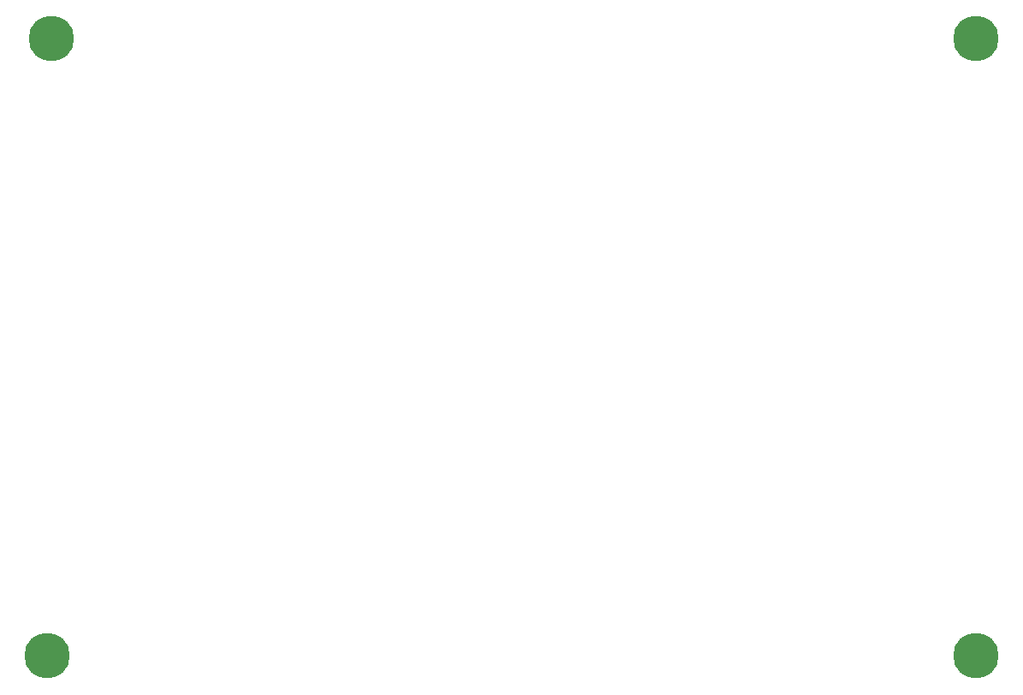
<source format=gbr>
G04 #@! TF.GenerationSoftware,KiCad,Pcbnew,(5.1.2)-2*
G04 #@! TF.CreationDate,2021-08-28T01:22:07-04:00*
G04 #@! TF.ProjectId,MAG_Plus,4d41475f-506c-4757-932e-6b696361645f,rev?*
G04 #@! TF.SameCoordinates,Original*
G04 #@! TF.FileFunction,Copper,L2,Bot*
G04 #@! TF.FilePolarity,Positive*
%FSLAX46Y46*%
G04 Gerber Fmt 4.6, Leading zero omitted, Abs format (unit mm)*
G04 Created by KiCad (PCBNEW (5.1.2)-2) date 2021-08-28 01:22:07*
%MOMM*%
%LPD*%
G04 APERTURE LIST*
%ADD10C,4.500000*%
G04 APERTURE END LIST*
D10*
X242800000Y-107810000D03*
X242800000Y-46810000D03*
X151300000Y-46800000D03*
X150910000Y-107820000D03*
M02*

</source>
